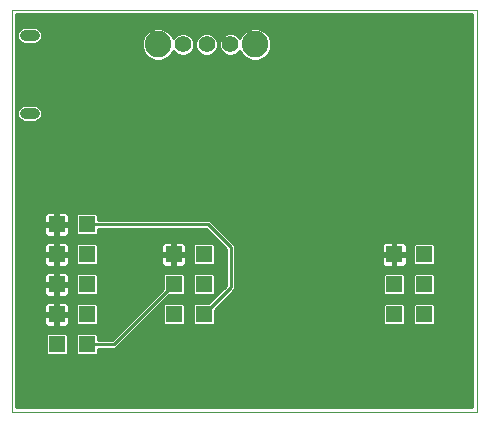
<source format=gbl>
G75*
%MOIN*%
%OFA0B0*%
%FSLAX25Y25*%
%IPPOS*%
%LPD*%
%AMOC8*
5,1,8,0,0,1.08239X$1,22.5*
%
%ADD10C,0.00000*%
%ADD11C,0.03543*%
%ADD12C,0.05600*%
%ADD13C,0.08858*%
%ADD14R,0.05315X0.05315*%
%ADD15C,0.01000*%
%ADD16C,0.03169*%
%ADD17C,0.01600*%
D10*
X0001500Y0001500D02*
X0001500Y0135500D01*
X0156500Y0135500D01*
X0156500Y0001500D01*
X0001500Y0001500D01*
D11*
X0008866Y0101008D02*
X0008866Y0101008D01*
X0006110Y0101008D01*
X0006110Y0101008D01*
X0008866Y0101008D01*
X0008866Y0126992D02*
X0008866Y0126992D01*
X0006110Y0126992D01*
X0006110Y0126992D01*
X0008866Y0126992D01*
D12*
X0058600Y0124000D03*
X0066500Y0124000D03*
X0074400Y0124000D03*
D13*
X0082650Y0124000D03*
X0050350Y0124000D03*
D14*
X0026500Y0064000D03*
X0016500Y0064000D03*
X0016500Y0054000D03*
X0026500Y0054000D03*
X0026500Y0044000D03*
X0016500Y0044000D03*
X0016500Y0034000D03*
X0026500Y0034000D03*
X0026500Y0024000D03*
X0016500Y0024000D03*
X0055500Y0034000D03*
X0065500Y0034000D03*
X0065500Y0044000D03*
X0055500Y0044000D03*
X0055500Y0054000D03*
X0065500Y0054000D03*
X0129000Y0054000D03*
X0139000Y0054000D03*
X0139000Y0044000D03*
X0129000Y0044000D03*
X0129000Y0034000D03*
X0139000Y0034000D03*
D15*
X0135343Y0034451D02*
X0132657Y0034451D01*
X0132657Y0035449D02*
X0135343Y0035449D01*
X0135343Y0036448D02*
X0132657Y0036448D01*
X0132657Y0037072D02*
X0132072Y0037657D01*
X0125928Y0037657D01*
X0125343Y0037072D01*
X0125343Y0030928D01*
X0125928Y0030343D01*
X0132072Y0030343D01*
X0132657Y0030928D01*
X0132657Y0037072D01*
X0132283Y0037446D02*
X0135717Y0037446D01*
X0135928Y0037657D02*
X0135343Y0037072D01*
X0135343Y0030928D01*
X0135928Y0030343D01*
X0142072Y0030343D01*
X0142657Y0030928D01*
X0142657Y0037072D01*
X0142072Y0037657D01*
X0135928Y0037657D01*
X0135928Y0040343D02*
X0135343Y0040928D01*
X0135343Y0047072D01*
X0135928Y0047657D01*
X0142072Y0047657D01*
X0142657Y0047072D01*
X0142657Y0040928D01*
X0142072Y0040343D01*
X0135928Y0040343D01*
X0135829Y0040442D02*
X0132171Y0040442D01*
X0132072Y0040343D02*
X0132657Y0040928D01*
X0132657Y0047072D01*
X0132072Y0047657D01*
X0125928Y0047657D01*
X0125343Y0047072D01*
X0125343Y0040928D01*
X0125928Y0040343D01*
X0132072Y0040343D01*
X0132657Y0041440D02*
X0135343Y0041440D01*
X0135343Y0042439D02*
X0132657Y0042439D01*
X0132657Y0043437D02*
X0135343Y0043437D01*
X0135343Y0044436D02*
X0132657Y0044436D01*
X0132657Y0045434D02*
X0135343Y0045434D01*
X0135343Y0046433D02*
X0132657Y0046433D01*
X0132298Y0047432D02*
X0135702Y0047432D01*
X0135928Y0050343D02*
X0142072Y0050343D01*
X0142657Y0050928D01*
X0142657Y0057072D01*
X0142072Y0057657D01*
X0135928Y0057657D01*
X0135343Y0057072D01*
X0135343Y0050928D01*
X0135928Y0050343D01*
X0135844Y0050427D02*
X0132861Y0050427D01*
X0132858Y0050421D02*
X0133055Y0050764D01*
X0133157Y0051145D01*
X0133157Y0053614D01*
X0129386Y0053614D01*
X0129386Y0054386D01*
X0128614Y0054386D01*
X0128614Y0058157D01*
X0126145Y0058157D01*
X0125764Y0058055D01*
X0125421Y0057858D01*
X0125142Y0057578D01*
X0124945Y0057236D01*
X0124843Y0056855D01*
X0124843Y0054386D01*
X0128614Y0054386D01*
X0128614Y0053614D01*
X0129386Y0053614D01*
X0129386Y0049843D01*
X0131855Y0049843D01*
X0132236Y0049945D01*
X0132578Y0050142D01*
X0132858Y0050421D01*
X0133157Y0051426D02*
X0135343Y0051426D01*
X0135343Y0052424D02*
X0133157Y0052424D01*
X0133157Y0053423D02*
X0135343Y0053423D01*
X0135343Y0054421D02*
X0133157Y0054421D01*
X0133157Y0054386D02*
X0133157Y0056855D01*
X0133055Y0057236D01*
X0132858Y0057578D01*
X0132578Y0057858D01*
X0132236Y0058055D01*
X0131855Y0058157D01*
X0129386Y0058157D01*
X0129386Y0054386D01*
X0133157Y0054386D01*
X0133157Y0055420D02*
X0135343Y0055420D01*
X0135343Y0056418D02*
X0133157Y0056418D01*
X0132951Y0057417D02*
X0135687Y0057417D01*
X0129386Y0057417D02*
X0128614Y0057417D01*
X0128614Y0056418D02*
X0129386Y0056418D01*
X0129386Y0055420D02*
X0128614Y0055420D01*
X0128614Y0054421D02*
X0129386Y0054421D01*
X0129386Y0053423D02*
X0128614Y0053423D01*
X0128614Y0053614D02*
X0128614Y0049843D01*
X0126145Y0049843D01*
X0125764Y0049945D01*
X0125421Y0050142D01*
X0125142Y0050421D01*
X0124945Y0050764D01*
X0124843Y0051145D01*
X0124843Y0053614D01*
X0128614Y0053614D01*
X0128614Y0052424D02*
X0129386Y0052424D01*
X0129386Y0051426D02*
X0128614Y0051426D01*
X0128614Y0050427D02*
X0129386Y0050427D01*
X0125139Y0050427D02*
X0076000Y0050427D01*
X0076000Y0049429D02*
X0155000Y0049429D01*
X0155000Y0050427D02*
X0142156Y0050427D01*
X0142657Y0051426D02*
X0155000Y0051426D01*
X0155000Y0052424D02*
X0142657Y0052424D01*
X0142657Y0053423D02*
X0155000Y0053423D01*
X0155000Y0054421D02*
X0142657Y0054421D01*
X0142657Y0055420D02*
X0155000Y0055420D01*
X0155000Y0056418D02*
X0142657Y0056418D01*
X0142313Y0057417D02*
X0155000Y0057417D01*
X0155000Y0058415D02*
X0074706Y0058415D01*
X0075121Y0058000D02*
X0067621Y0065500D01*
X0030157Y0065500D01*
X0030157Y0067072D01*
X0029572Y0067657D01*
X0023428Y0067657D01*
X0022843Y0067072D01*
X0022843Y0060928D01*
X0023428Y0060343D01*
X0029572Y0060343D01*
X0030157Y0060928D01*
X0030157Y0062500D01*
X0066379Y0062500D01*
X0073000Y0055879D01*
X0073000Y0043621D01*
X0067036Y0037657D01*
X0062428Y0037657D01*
X0061843Y0037072D01*
X0061843Y0030928D01*
X0062428Y0030343D01*
X0068572Y0030343D01*
X0069157Y0030928D01*
X0069157Y0035536D01*
X0076000Y0042379D01*
X0076000Y0057121D01*
X0075121Y0058000D01*
X0075705Y0057417D02*
X0125049Y0057417D01*
X0124843Y0056418D02*
X0076000Y0056418D01*
X0076000Y0055420D02*
X0124843Y0055420D01*
X0124843Y0054421D02*
X0076000Y0054421D01*
X0076000Y0053423D02*
X0124843Y0053423D01*
X0124843Y0052424D02*
X0076000Y0052424D01*
X0076000Y0051426D02*
X0124843Y0051426D01*
X0125702Y0047432D02*
X0076000Y0047432D01*
X0076000Y0048430D02*
X0155000Y0048430D01*
X0155000Y0047432D02*
X0142298Y0047432D01*
X0142657Y0046433D02*
X0155000Y0046433D01*
X0155000Y0045434D02*
X0142657Y0045434D01*
X0142657Y0044436D02*
X0155000Y0044436D01*
X0155000Y0043437D02*
X0142657Y0043437D01*
X0142657Y0042439D02*
X0155000Y0042439D01*
X0155000Y0041440D02*
X0142657Y0041440D01*
X0142171Y0040442D02*
X0155000Y0040442D01*
X0155000Y0039443D02*
X0073065Y0039443D01*
X0072066Y0038445D02*
X0155000Y0038445D01*
X0155000Y0037446D02*
X0142283Y0037446D01*
X0142657Y0036448D02*
X0155000Y0036448D01*
X0155000Y0035449D02*
X0142657Y0035449D01*
X0142657Y0034451D02*
X0155000Y0034451D01*
X0155000Y0033452D02*
X0142657Y0033452D01*
X0142657Y0032454D02*
X0155000Y0032454D01*
X0155000Y0031455D02*
X0142657Y0031455D01*
X0142186Y0030457D02*
X0155000Y0030457D01*
X0155000Y0029458D02*
X0043080Y0029458D01*
X0044078Y0030457D02*
X0052314Y0030457D01*
X0052428Y0030343D02*
X0058572Y0030343D01*
X0059157Y0030928D01*
X0059157Y0037072D01*
X0058572Y0037657D01*
X0052428Y0037657D01*
X0051843Y0037072D01*
X0051843Y0030928D01*
X0052428Y0030343D01*
X0051843Y0031455D02*
X0045077Y0031455D01*
X0046075Y0032454D02*
X0051843Y0032454D01*
X0051843Y0033452D02*
X0047074Y0033452D01*
X0048072Y0034451D02*
X0051843Y0034451D01*
X0051843Y0035449D02*
X0049071Y0035449D01*
X0050069Y0036448D02*
X0051843Y0036448D01*
X0052217Y0037446D02*
X0051068Y0037446D01*
X0052066Y0038445D02*
X0067824Y0038445D01*
X0068822Y0039443D02*
X0053065Y0039443D01*
X0053964Y0040343D02*
X0058572Y0040343D01*
X0059157Y0040928D01*
X0059157Y0047072D01*
X0058572Y0047657D01*
X0052428Y0047657D01*
X0051843Y0047072D01*
X0051843Y0042464D01*
X0034879Y0025500D01*
X0030157Y0025500D01*
X0030157Y0027072D01*
X0029572Y0027657D01*
X0023428Y0027657D01*
X0022843Y0027072D01*
X0022843Y0020928D01*
X0023428Y0020343D01*
X0029572Y0020343D01*
X0030157Y0020928D01*
X0030157Y0022500D01*
X0036121Y0022500D01*
X0053964Y0040343D01*
X0051818Y0042439D02*
X0030157Y0042439D01*
X0030157Y0043437D02*
X0051843Y0043437D01*
X0051843Y0044436D02*
X0030157Y0044436D01*
X0030157Y0045434D02*
X0051843Y0045434D01*
X0051843Y0046433D02*
X0030157Y0046433D01*
X0030157Y0047072D02*
X0029572Y0047657D01*
X0023428Y0047657D01*
X0022843Y0047072D01*
X0022843Y0040928D01*
X0023428Y0040343D01*
X0029572Y0040343D01*
X0030157Y0040928D01*
X0030157Y0047072D01*
X0029798Y0047432D02*
X0052202Y0047432D01*
X0052645Y0049843D02*
X0055114Y0049843D01*
X0055114Y0053614D01*
X0055886Y0053614D01*
X0055886Y0054386D01*
X0055114Y0054386D01*
X0055114Y0058157D01*
X0052645Y0058157D01*
X0052264Y0058055D01*
X0051921Y0057858D01*
X0051642Y0057578D01*
X0051445Y0057236D01*
X0051343Y0056855D01*
X0051343Y0054386D01*
X0055114Y0054386D01*
X0055114Y0053614D01*
X0051343Y0053614D01*
X0051343Y0051145D01*
X0051445Y0050764D01*
X0051642Y0050421D01*
X0051921Y0050142D01*
X0052264Y0049945D01*
X0052645Y0049843D01*
X0051639Y0050427D02*
X0029656Y0050427D01*
X0029572Y0050343D02*
X0030157Y0050928D01*
X0030157Y0057072D01*
X0029572Y0057657D01*
X0023428Y0057657D01*
X0022843Y0057072D01*
X0022843Y0050928D01*
X0023428Y0050343D01*
X0029572Y0050343D01*
X0030157Y0051426D02*
X0051343Y0051426D01*
X0051343Y0052424D02*
X0030157Y0052424D01*
X0030157Y0053423D02*
X0051343Y0053423D01*
X0051343Y0054421D02*
X0030157Y0054421D01*
X0030157Y0055420D02*
X0051343Y0055420D01*
X0051343Y0056418D02*
X0030157Y0056418D01*
X0029813Y0057417D02*
X0051549Y0057417D01*
X0055114Y0057417D02*
X0055886Y0057417D01*
X0055886Y0058157D02*
X0055886Y0054386D01*
X0059657Y0054386D01*
X0059657Y0056855D01*
X0059555Y0057236D01*
X0059358Y0057578D01*
X0059078Y0057858D01*
X0058736Y0058055D01*
X0058355Y0058157D01*
X0055886Y0058157D01*
X0055886Y0056418D02*
X0055114Y0056418D01*
X0055114Y0055420D02*
X0055886Y0055420D01*
X0055886Y0054421D02*
X0055114Y0054421D01*
X0055114Y0053423D02*
X0055886Y0053423D01*
X0055886Y0053614D02*
X0055886Y0049843D01*
X0058355Y0049843D01*
X0058736Y0049945D01*
X0059078Y0050142D01*
X0059358Y0050421D01*
X0059555Y0050764D01*
X0059657Y0051145D01*
X0059657Y0053614D01*
X0055886Y0053614D01*
X0055886Y0052424D02*
X0055114Y0052424D01*
X0055114Y0051426D02*
X0055886Y0051426D01*
X0055886Y0050427D02*
X0055114Y0050427D01*
X0059361Y0050427D02*
X0062344Y0050427D01*
X0062428Y0050343D02*
X0068572Y0050343D01*
X0069157Y0050928D01*
X0069157Y0057072D01*
X0068572Y0057657D01*
X0062428Y0057657D01*
X0061843Y0057072D01*
X0061843Y0050928D01*
X0062428Y0050343D01*
X0061843Y0051426D02*
X0059657Y0051426D01*
X0059657Y0052424D02*
X0061843Y0052424D01*
X0061843Y0053423D02*
X0059657Y0053423D01*
X0059657Y0054421D02*
X0061843Y0054421D01*
X0061843Y0055420D02*
X0059657Y0055420D01*
X0059657Y0056418D02*
X0061843Y0056418D01*
X0062187Y0057417D02*
X0059451Y0057417D01*
X0066469Y0062409D02*
X0030157Y0062409D01*
X0030157Y0061411D02*
X0067468Y0061411D01*
X0068466Y0060412D02*
X0029641Y0060412D01*
X0026500Y0064000D02*
X0067000Y0064000D01*
X0074500Y0056500D01*
X0074500Y0043000D01*
X0065500Y0034000D01*
X0069157Y0034451D02*
X0125343Y0034451D01*
X0125343Y0035449D02*
X0069157Y0035449D01*
X0070069Y0036448D02*
X0125343Y0036448D01*
X0125717Y0037446D02*
X0071068Y0037446D01*
X0069821Y0040442D02*
X0068671Y0040442D01*
X0068572Y0040343D02*
X0069157Y0040928D01*
X0069157Y0047072D01*
X0068572Y0047657D01*
X0062428Y0047657D01*
X0061843Y0047072D01*
X0061843Y0040928D01*
X0062428Y0040343D01*
X0068572Y0040343D01*
X0069157Y0041440D02*
X0070819Y0041440D01*
X0071818Y0042439D02*
X0069157Y0042439D01*
X0069157Y0043437D02*
X0072816Y0043437D01*
X0073000Y0044436D02*
X0069157Y0044436D01*
X0069157Y0045434D02*
X0073000Y0045434D01*
X0073000Y0046433D02*
X0069157Y0046433D01*
X0068798Y0047432D02*
X0073000Y0047432D01*
X0073000Y0048430D02*
X0003000Y0048430D01*
X0003000Y0047432D02*
X0012557Y0047432D01*
X0012642Y0047578D02*
X0012445Y0047236D01*
X0012343Y0046855D01*
X0012343Y0044386D01*
X0016114Y0044386D01*
X0016114Y0048157D01*
X0013645Y0048157D01*
X0013264Y0048055D01*
X0012921Y0047858D01*
X0012642Y0047578D01*
X0012343Y0046433D02*
X0003000Y0046433D01*
X0003000Y0045434D02*
X0012343Y0045434D01*
X0012343Y0044436D02*
X0003000Y0044436D01*
X0003000Y0043437D02*
X0012343Y0043437D01*
X0012343Y0043614D02*
X0012343Y0041145D01*
X0012445Y0040764D01*
X0012642Y0040421D01*
X0012921Y0040142D01*
X0013264Y0039945D01*
X0013645Y0039843D01*
X0016114Y0039843D01*
X0016114Y0043614D01*
X0016886Y0043614D01*
X0016886Y0044386D01*
X0016114Y0044386D01*
X0016114Y0043614D01*
X0012343Y0043614D01*
X0012343Y0042439D02*
X0003000Y0042439D01*
X0003000Y0041440D02*
X0012343Y0041440D01*
X0012630Y0040442D02*
X0003000Y0040442D01*
X0003000Y0039443D02*
X0048822Y0039443D01*
X0047824Y0038445D02*
X0003000Y0038445D01*
X0003000Y0037446D02*
X0012566Y0037446D01*
X0012642Y0037578D02*
X0012445Y0037236D01*
X0012343Y0036855D01*
X0012343Y0034386D01*
X0016114Y0034386D01*
X0016114Y0038157D01*
X0013645Y0038157D01*
X0013264Y0038055D01*
X0012921Y0037858D01*
X0012642Y0037578D01*
X0012343Y0036448D02*
X0003000Y0036448D01*
X0003000Y0035449D02*
X0012343Y0035449D01*
X0012343Y0034451D02*
X0003000Y0034451D01*
X0003000Y0033452D02*
X0012343Y0033452D01*
X0012343Y0033614D02*
X0012343Y0031145D01*
X0012445Y0030764D01*
X0012642Y0030421D01*
X0012921Y0030142D01*
X0013264Y0029945D01*
X0013645Y0029843D01*
X0016114Y0029843D01*
X0016114Y0033614D01*
X0016886Y0033614D01*
X0016886Y0034386D01*
X0016114Y0034386D01*
X0016114Y0033614D01*
X0012343Y0033614D01*
X0012343Y0032454D02*
X0003000Y0032454D01*
X0003000Y0031455D02*
X0012343Y0031455D01*
X0012622Y0030457D02*
X0003000Y0030457D01*
X0003000Y0029458D02*
X0038837Y0029458D01*
X0037838Y0028460D02*
X0003000Y0028460D01*
X0003000Y0027461D02*
X0013232Y0027461D01*
X0013428Y0027657D02*
X0012843Y0027072D01*
X0012843Y0020928D01*
X0013428Y0020343D01*
X0019572Y0020343D01*
X0020157Y0020928D01*
X0020157Y0027072D01*
X0019572Y0027657D01*
X0013428Y0027657D01*
X0012843Y0026463D02*
X0003000Y0026463D01*
X0003000Y0025464D02*
X0012843Y0025464D01*
X0012843Y0024466D02*
X0003000Y0024466D01*
X0003000Y0023467D02*
X0012843Y0023467D01*
X0012843Y0022469D02*
X0003000Y0022469D01*
X0003000Y0021470D02*
X0012843Y0021470D01*
X0013299Y0020472D02*
X0003000Y0020472D01*
X0003000Y0019473D02*
X0155000Y0019473D01*
X0155000Y0018475D02*
X0003000Y0018475D01*
X0003000Y0017476D02*
X0155000Y0017476D01*
X0155000Y0016478D02*
X0003000Y0016478D01*
X0003000Y0015479D02*
X0155000Y0015479D01*
X0155000Y0014481D02*
X0003000Y0014481D01*
X0003000Y0013482D02*
X0155000Y0013482D01*
X0155000Y0012484D02*
X0003000Y0012484D01*
X0003000Y0011485D02*
X0155000Y0011485D01*
X0155000Y0010487D02*
X0003000Y0010487D01*
X0003000Y0009488D02*
X0155000Y0009488D01*
X0155000Y0008490D02*
X0003000Y0008490D01*
X0003000Y0007491D02*
X0155000Y0007491D01*
X0155000Y0006493D02*
X0003000Y0006493D01*
X0003000Y0005494D02*
X0155000Y0005494D01*
X0155000Y0004496D02*
X0003000Y0004496D01*
X0003000Y0003497D02*
X0155000Y0003497D01*
X0155000Y0003000D02*
X0003000Y0003000D01*
X0003000Y0134000D01*
X0155000Y0134000D01*
X0155000Y0003000D01*
X0155000Y0020472D02*
X0029701Y0020472D01*
X0030157Y0021470D02*
X0155000Y0021470D01*
X0155000Y0022469D02*
X0030157Y0022469D01*
X0026500Y0024000D02*
X0035500Y0024000D01*
X0055500Y0044000D01*
X0059157Y0044436D02*
X0061843Y0044436D01*
X0061843Y0045434D02*
X0059157Y0045434D01*
X0059157Y0046433D02*
X0061843Y0046433D01*
X0062202Y0047432D02*
X0058798Y0047432D01*
X0059157Y0043437D02*
X0061843Y0043437D01*
X0061843Y0042439D02*
X0059157Y0042439D01*
X0059157Y0041440D02*
X0061843Y0041440D01*
X0062329Y0040442D02*
X0058671Y0040442D01*
X0058783Y0037446D02*
X0062217Y0037446D01*
X0061843Y0036448D02*
X0059157Y0036448D01*
X0059157Y0035449D02*
X0061843Y0035449D01*
X0061843Y0034451D02*
X0059157Y0034451D01*
X0059157Y0033452D02*
X0061843Y0033452D01*
X0061843Y0032454D02*
X0059157Y0032454D01*
X0059157Y0031455D02*
X0061843Y0031455D01*
X0062314Y0030457D02*
X0058686Y0030457D01*
X0068686Y0030457D02*
X0125814Y0030457D01*
X0125343Y0031455D02*
X0069157Y0031455D01*
X0069157Y0032454D02*
X0125343Y0032454D01*
X0125343Y0033452D02*
X0069157Y0033452D01*
X0074063Y0040442D02*
X0125829Y0040442D01*
X0125343Y0041440D02*
X0075062Y0041440D01*
X0076000Y0042439D02*
X0125343Y0042439D01*
X0125343Y0043437D02*
X0076000Y0043437D01*
X0076000Y0044436D02*
X0125343Y0044436D01*
X0125343Y0045434D02*
X0076000Y0045434D01*
X0076000Y0046433D02*
X0125343Y0046433D01*
X0132657Y0033452D02*
X0135343Y0033452D01*
X0135343Y0032454D02*
X0132657Y0032454D01*
X0132657Y0031455D02*
X0135343Y0031455D01*
X0135814Y0030457D02*
X0132186Y0030457D01*
X0155000Y0028460D02*
X0042081Y0028460D01*
X0041083Y0027461D02*
X0155000Y0027461D01*
X0155000Y0026463D02*
X0040084Y0026463D01*
X0039086Y0025464D02*
X0155000Y0025464D01*
X0155000Y0024466D02*
X0038087Y0024466D01*
X0037089Y0023467D02*
X0155000Y0023467D01*
X0155000Y0059414D02*
X0073708Y0059414D01*
X0072709Y0060412D02*
X0155000Y0060412D01*
X0155000Y0061411D02*
X0071711Y0061411D01*
X0070712Y0062409D02*
X0155000Y0062409D01*
X0155000Y0063408D02*
X0069714Y0063408D01*
X0068715Y0064406D02*
X0155000Y0064406D01*
X0155000Y0065405D02*
X0067717Y0065405D01*
X0069465Y0059414D02*
X0003000Y0059414D01*
X0003000Y0060412D02*
X0012652Y0060412D01*
X0012642Y0060421D02*
X0012921Y0060142D01*
X0013264Y0059945D01*
X0013645Y0059843D01*
X0016114Y0059843D01*
X0016114Y0063614D01*
X0016886Y0063614D01*
X0016886Y0064386D01*
X0016114Y0064386D01*
X0016114Y0068157D01*
X0013645Y0068157D01*
X0013264Y0068055D01*
X0012921Y0067858D01*
X0012642Y0067578D01*
X0012445Y0067236D01*
X0012343Y0066855D01*
X0012343Y0064386D01*
X0016114Y0064386D01*
X0016114Y0063614D01*
X0012343Y0063614D01*
X0012343Y0061145D01*
X0012445Y0060764D01*
X0012642Y0060421D01*
X0012343Y0061411D02*
X0003000Y0061411D01*
X0003000Y0062409D02*
X0012343Y0062409D01*
X0012343Y0063408D02*
X0003000Y0063408D01*
X0003000Y0064406D02*
X0012343Y0064406D01*
X0012343Y0065405D02*
X0003000Y0065405D01*
X0003000Y0066403D02*
X0012343Y0066403D01*
X0012540Y0067402D02*
X0003000Y0067402D01*
X0003000Y0068400D02*
X0155000Y0068400D01*
X0155000Y0067402D02*
X0029827Y0067402D01*
X0030157Y0066403D02*
X0155000Y0066403D01*
X0155000Y0069399D02*
X0003000Y0069399D01*
X0003000Y0070397D02*
X0155000Y0070397D01*
X0155000Y0071396D02*
X0003000Y0071396D01*
X0003000Y0072394D02*
X0155000Y0072394D01*
X0155000Y0073393D02*
X0003000Y0073393D01*
X0003000Y0074391D02*
X0155000Y0074391D01*
X0155000Y0075390D02*
X0003000Y0075390D01*
X0003000Y0076388D02*
X0155000Y0076388D01*
X0155000Y0077387D02*
X0003000Y0077387D01*
X0003000Y0078385D02*
X0155000Y0078385D01*
X0155000Y0079384D02*
X0003000Y0079384D01*
X0003000Y0080382D02*
X0155000Y0080382D01*
X0155000Y0081381D02*
X0003000Y0081381D01*
X0003000Y0082379D02*
X0155000Y0082379D01*
X0155000Y0083378D02*
X0003000Y0083378D01*
X0003000Y0084376D02*
X0155000Y0084376D01*
X0155000Y0085375D02*
X0003000Y0085375D01*
X0003000Y0086373D02*
X0155000Y0086373D01*
X0155000Y0087372D02*
X0003000Y0087372D01*
X0003000Y0088370D02*
X0155000Y0088370D01*
X0155000Y0089369D02*
X0003000Y0089369D01*
X0003000Y0090368D02*
X0155000Y0090368D01*
X0155000Y0091366D02*
X0003000Y0091366D01*
X0003000Y0092365D02*
X0155000Y0092365D01*
X0155000Y0093363D02*
X0003000Y0093363D01*
X0003000Y0094362D02*
X0155000Y0094362D01*
X0155000Y0095360D02*
X0003000Y0095360D01*
X0003000Y0096359D02*
X0155000Y0096359D01*
X0155000Y0097357D02*
X0003000Y0097357D01*
X0003000Y0098356D02*
X0005271Y0098356D01*
X0005559Y0098236D02*
X0009417Y0098236D01*
X0010436Y0098658D01*
X0011216Y0099438D01*
X0011638Y0100457D01*
X0011638Y0101559D01*
X0011216Y0102578D01*
X0010436Y0103358D01*
X0009417Y0103780D01*
X0005559Y0103780D01*
X0004540Y0103358D01*
X0003761Y0102578D01*
X0003339Y0101559D01*
X0003339Y0100457D01*
X0003761Y0099438D01*
X0004540Y0098658D01*
X0005559Y0098236D01*
X0003844Y0099354D02*
X0003000Y0099354D01*
X0003000Y0100353D02*
X0003382Y0100353D01*
X0003339Y0101351D02*
X0003000Y0101351D01*
X0003000Y0102350D02*
X0003666Y0102350D01*
X0003000Y0103348D02*
X0004531Y0103348D01*
X0003000Y0104347D02*
X0155000Y0104347D01*
X0155000Y0105345D02*
X0003000Y0105345D01*
X0003000Y0106344D02*
X0155000Y0106344D01*
X0155000Y0107342D02*
X0003000Y0107342D01*
X0003000Y0108341D02*
X0155000Y0108341D01*
X0155000Y0109339D02*
X0003000Y0109339D01*
X0003000Y0110338D02*
X0155000Y0110338D01*
X0155000Y0111336D02*
X0003000Y0111336D01*
X0003000Y0112335D02*
X0155000Y0112335D01*
X0155000Y0113333D02*
X0003000Y0113333D01*
X0003000Y0114332D02*
X0155000Y0114332D01*
X0155000Y0115330D02*
X0003000Y0115330D01*
X0003000Y0116329D02*
X0155000Y0116329D01*
X0155000Y0117327D02*
X0003000Y0117327D01*
X0003000Y0118326D02*
X0155000Y0118326D01*
X0155000Y0119324D02*
X0085549Y0119324D01*
X0085725Y0119397D02*
X0087253Y0120925D01*
X0088079Y0122920D01*
X0088079Y0125080D01*
X0087253Y0127075D01*
X0085725Y0128603D01*
X0083730Y0129429D01*
X0081570Y0129429D01*
X0079575Y0128603D01*
X0078047Y0127075D01*
X0077643Y0126100D01*
X0077621Y0126153D01*
X0076553Y0127221D01*
X0075156Y0127800D01*
X0073644Y0127800D01*
X0072247Y0127221D01*
X0071179Y0126153D01*
X0070600Y0124756D01*
X0070600Y0123244D01*
X0071179Y0121847D01*
X0072247Y0120779D01*
X0073644Y0120200D01*
X0075156Y0120200D01*
X0076553Y0120779D01*
X0077621Y0121847D01*
X0077643Y0121900D01*
X0078047Y0120925D01*
X0079575Y0119397D01*
X0081570Y0118571D01*
X0083730Y0118571D01*
X0085725Y0119397D01*
X0086651Y0120323D02*
X0155000Y0120323D01*
X0155000Y0121321D02*
X0087417Y0121321D01*
X0087830Y0122320D02*
X0155000Y0122320D01*
X0155000Y0123318D02*
X0088079Y0123318D01*
X0088079Y0124317D02*
X0155000Y0124317D01*
X0155000Y0125315D02*
X0087982Y0125315D01*
X0087568Y0126314D02*
X0155000Y0126314D01*
X0155000Y0127312D02*
X0087016Y0127312D01*
X0086017Y0128311D02*
X0155000Y0128311D01*
X0155000Y0129309D02*
X0084019Y0129309D01*
X0081281Y0129309D02*
X0051719Y0129309D01*
X0051430Y0129429D02*
X0049270Y0129429D01*
X0047275Y0128603D01*
X0045747Y0127075D01*
X0044921Y0125080D01*
X0044921Y0122920D01*
X0045747Y0120925D01*
X0047275Y0119397D01*
X0049270Y0118571D01*
X0051430Y0118571D01*
X0053425Y0119397D01*
X0054953Y0120925D01*
X0055357Y0121900D01*
X0055379Y0121847D01*
X0056447Y0120779D01*
X0057844Y0120200D01*
X0059356Y0120200D01*
X0060753Y0120779D01*
X0061821Y0121847D01*
X0062400Y0123244D01*
X0062400Y0124756D01*
X0061821Y0126153D01*
X0060753Y0127221D01*
X0059356Y0127800D01*
X0057844Y0127800D01*
X0056447Y0127221D01*
X0055379Y0126153D01*
X0055357Y0126100D01*
X0054953Y0127075D01*
X0053425Y0128603D01*
X0051430Y0129429D01*
X0048981Y0129309D02*
X0010469Y0129309D01*
X0010436Y0129342D02*
X0009417Y0129764D01*
X0005559Y0129764D01*
X0004540Y0129342D01*
X0003761Y0128562D01*
X0003339Y0127543D01*
X0003339Y0126441D01*
X0003761Y0125422D01*
X0004540Y0124642D01*
X0005559Y0124220D01*
X0009417Y0124220D01*
X0010436Y0124642D01*
X0011216Y0125422D01*
X0011638Y0126441D01*
X0011638Y0127543D01*
X0011216Y0128562D01*
X0010436Y0129342D01*
X0011320Y0128311D02*
X0046983Y0128311D01*
X0045984Y0127312D02*
X0011638Y0127312D01*
X0011585Y0126314D02*
X0045432Y0126314D01*
X0045018Y0125315D02*
X0011109Y0125315D01*
X0009650Y0124317D02*
X0044921Y0124317D01*
X0044921Y0123318D02*
X0003000Y0123318D01*
X0003000Y0122320D02*
X0045169Y0122320D01*
X0045583Y0121321D02*
X0003000Y0121321D01*
X0003000Y0120323D02*
X0046349Y0120323D01*
X0047451Y0119324D02*
X0003000Y0119324D01*
X0003000Y0124317D02*
X0005326Y0124317D01*
X0003867Y0125315D02*
X0003000Y0125315D01*
X0003000Y0126314D02*
X0003391Y0126314D01*
X0003339Y0127312D02*
X0003000Y0127312D01*
X0003000Y0128311D02*
X0003656Y0128311D01*
X0003000Y0129309D02*
X0004508Y0129309D01*
X0003000Y0130308D02*
X0155000Y0130308D01*
X0155000Y0131306D02*
X0003000Y0131306D01*
X0003000Y0132305D02*
X0155000Y0132305D01*
X0155000Y0133303D02*
X0003000Y0133303D01*
X0010446Y0103348D02*
X0155000Y0103348D01*
X0155000Y0102350D02*
X0011310Y0102350D01*
X0011638Y0101351D02*
X0155000Y0101351D01*
X0155000Y0100353D02*
X0011595Y0100353D01*
X0011132Y0099354D02*
X0155000Y0099354D01*
X0155000Y0098356D02*
X0009706Y0098356D01*
X0016886Y0068157D02*
X0016886Y0064386D01*
X0020657Y0064386D01*
X0020657Y0066855D01*
X0020555Y0067236D01*
X0020358Y0067578D01*
X0020078Y0067858D01*
X0019736Y0068055D01*
X0019355Y0068157D01*
X0016886Y0068157D01*
X0016886Y0067402D02*
X0016114Y0067402D01*
X0016114Y0066403D02*
X0016886Y0066403D01*
X0016886Y0065405D02*
X0016114Y0065405D01*
X0016114Y0064406D02*
X0016886Y0064406D01*
X0016886Y0063614D02*
X0020657Y0063614D01*
X0020657Y0061145D01*
X0020555Y0060764D01*
X0020358Y0060421D01*
X0020078Y0060142D01*
X0019736Y0059945D01*
X0019355Y0059843D01*
X0016886Y0059843D01*
X0016886Y0063614D01*
X0016886Y0063408D02*
X0016114Y0063408D01*
X0016114Y0062409D02*
X0016886Y0062409D01*
X0016886Y0061411D02*
X0016114Y0061411D01*
X0016114Y0060412D02*
X0016886Y0060412D01*
X0016886Y0058157D02*
X0016886Y0054386D01*
X0016114Y0054386D01*
X0016114Y0058157D01*
X0013645Y0058157D01*
X0013264Y0058055D01*
X0012921Y0057858D01*
X0012642Y0057578D01*
X0012445Y0057236D01*
X0012343Y0056855D01*
X0012343Y0054386D01*
X0016114Y0054386D01*
X0016114Y0053614D01*
X0016886Y0053614D01*
X0016886Y0054386D01*
X0020657Y0054386D01*
X0020657Y0056855D01*
X0020555Y0057236D01*
X0020358Y0057578D01*
X0020078Y0057858D01*
X0019736Y0058055D01*
X0019355Y0058157D01*
X0016886Y0058157D01*
X0016886Y0057417D02*
X0016114Y0057417D01*
X0016114Y0056418D02*
X0016886Y0056418D01*
X0016886Y0055420D02*
X0016114Y0055420D01*
X0016114Y0054421D02*
X0016886Y0054421D01*
X0016886Y0053614D02*
X0020657Y0053614D01*
X0020657Y0051145D01*
X0020555Y0050764D01*
X0020358Y0050421D01*
X0020078Y0050142D01*
X0019736Y0049945D01*
X0019355Y0049843D01*
X0016886Y0049843D01*
X0016886Y0053614D01*
X0016886Y0053423D02*
X0016114Y0053423D01*
X0016114Y0053614D02*
X0016114Y0049843D01*
X0013645Y0049843D01*
X0013264Y0049945D01*
X0012921Y0050142D01*
X0012642Y0050421D01*
X0012445Y0050764D01*
X0012343Y0051145D01*
X0012343Y0053614D01*
X0016114Y0053614D01*
X0016114Y0052424D02*
X0016886Y0052424D01*
X0016886Y0051426D02*
X0016114Y0051426D01*
X0016114Y0050427D02*
X0016886Y0050427D01*
X0016886Y0048157D02*
X0016886Y0044386D01*
X0020657Y0044386D01*
X0020657Y0046855D01*
X0020555Y0047236D01*
X0020358Y0047578D01*
X0020078Y0047858D01*
X0019736Y0048055D01*
X0019355Y0048157D01*
X0016886Y0048157D01*
X0016886Y0047432D02*
X0016114Y0047432D01*
X0016114Y0046433D02*
X0016886Y0046433D01*
X0016886Y0045434D02*
X0016114Y0045434D01*
X0016114Y0044436D02*
X0016886Y0044436D01*
X0016886Y0043614D02*
X0020657Y0043614D01*
X0020657Y0041145D01*
X0020555Y0040764D01*
X0020358Y0040421D01*
X0020078Y0040142D01*
X0019736Y0039945D01*
X0019355Y0039843D01*
X0016886Y0039843D01*
X0016886Y0043614D01*
X0016886Y0043437D02*
X0016114Y0043437D01*
X0016114Y0042439D02*
X0016886Y0042439D01*
X0016886Y0041440D02*
X0016114Y0041440D01*
X0016114Y0040442D02*
X0016886Y0040442D01*
X0016886Y0038157D02*
X0016886Y0034386D01*
X0020657Y0034386D01*
X0020657Y0036855D01*
X0020555Y0037236D01*
X0020358Y0037578D01*
X0020078Y0037858D01*
X0019736Y0038055D01*
X0019355Y0038157D01*
X0016886Y0038157D01*
X0016886Y0037446D02*
X0016114Y0037446D01*
X0016114Y0036448D02*
X0016886Y0036448D01*
X0016886Y0035449D02*
X0016114Y0035449D01*
X0016114Y0034451D02*
X0016886Y0034451D01*
X0016886Y0033614D02*
X0020657Y0033614D01*
X0020657Y0031145D01*
X0020555Y0030764D01*
X0020358Y0030421D01*
X0020078Y0030142D01*
X0019736Y0029945D01*
X0019355Y0029843D01*
X0016886Y0029843D01*
X0016886Y0033614D01*
X0016886Y0033452D02*
X0016114Y0033452D01*
X0016114Y0032454D02*
X0016886Y0032454D01*
X0016886Y0031455D02*
X0016114Y0031455D01*
X0016114Y0030457D02*
X0016886Y0030457D01*
X0020378Y0030457D02*
X0023314Y0030457D01*
X0023428Y0030343D02*
X0029572Y0030343D01*
X0030157Y0030928D01*
X0030157Y0037072D01*
X0029572Y0037657D01*
X0023428Y0037657D01*
X0022843Y0037072D01*
X0022843Y0030928D01*
X0023428Y0030343D01*
X0022843Y0031455D02*
X0020657Y0031455D01*
X0020657Y0032454D02*
X0022843Y0032454D01*
X0022843Y0033452D02*
X0020657Y0033452D01*
X0020657Y0034451D02*
X0022843Y0034451D01*
X0022843Y0035449D02*
X0020657Y0035449D01*
X0020657Y0036448D02*
X0022843Y0036448D01*
X0023217Y0037446D02*
X0020434Y0037446D01*
X0020370Y0040442D02*
X0023329Y0040442D01*
X0022843Y0041440D02*
X0020657Y0041440D01*
X0020657Y0042439D02*
X0022843Y0042439D01*
X0022843Y0043437D02*
X0020657Y0043437D01*
X0020657Y0044436D02*
X0022843Y0044436D01*
X0022843Y0045434D02*
X0020657Y0045434D01*
X0020657Y0046433D02*
X0022843Y0046433D01*
X0023202Y0047432D02*
X0020443Y0047432D01*
X0020361Y0050427D02*
X0023344Y0050427D01*
X0022843Y0051426D02*
X0020657Y0051426D01*
X0020657Y0052424D02*
X0022843Y0052424D01*
X0022843Y0053423D02*
X0020657Y0053423D01*
X0020657Y0054421D02*
X0022843Y0054421D01*
X0022843Y0055420D02*
X0020657Y0055420D01*
X0020657Y0056418D02*
X0022843Y0056418D01*
X0023187Y0057417D02*
X0020451Y0057417D01*
X0020348Y0060412D02*
X0023359Y0060412D01*
X0022843Y0061411D02*
X0020657Y0061411D01*
X0020657Y0062409D02*
X0022843Y0062409D01*
X0022843Y0063408D02*
X0020657Y0063408D01*
X0020657Y0064406D02*
X0022843Y0064406D01*
X0022843Y0065405D02*
X0020657Y0065405D01*
X0020657Y0066403D02*
X0022843Y0066403D01*
X0023173Y0067402D02*
X0020460Y0067402D01*
X0012549Y0057417D02*
X0003000Y0057417D01*
X0003000Y0058415D02*
X0070464Y0058415D01*
X0071462Y0057417D02*
X0068813Y0057417D01*
X0069157Y0056418D02*
X0072461Y0056418D01*
X0073000Y0055420D02*
X0069157Y0055420D01*
X0069157Y0054421D02*
X0073000Y0054421D01*
X0073000Y0053423D02*
X0069157Y0053423D01*
X0069157Y0052424D02*
X0073000Y0052424D01*
X0073000Y0051426D02*
X0069157Y0051426D01*
X0068656Y0050427D02*
X0073000Y0050427D01*
X0073000Y0049429D02*
X0003000Y0049429D01*
X0003000Y0050427D02*
X0012639Y0050427D01*
X0012343Y0051426D02*
X0003000Y0051426D01*
X0003000Y0052424D02*
X0012343Y0052424D01*
X0012343Y0053423D02*
X0003000Y0053423D01*
X0003000Y0054421D02*
X0012343Y0054421D01*
X0012343Y0055420D02*
X0003000Y0055420D01*
X0003000Y0056418D02*
X0012343Y0056418D01*
X0030157Y0041440D02*
X0050819Y0041440D01*
X0049821Y0040442D02*
X0029671Y0040442D01*
X0029783Y0037446D02*
X0046825Y0037446D01*
X0045827Y0036448D02*
X0030157Y0036448D01*
X0030157Y0035449D02*
X0044828Y0035449D01*
X0043830Y0034451D02*
X0030157Y0034451D01*
X0030157Y0033452D02*
X0042831Y0033452D01*
X0041833Y0032454D02*
X0030157Y0032454D01*
X0030157Y0031455D02*
X0040834Y0031455D01*
X0039836Y0030457D02*
X0029686Y0030457D01*
X0029768Y0027461D02*
X0036840Y0027461D01*
X0035841Y0026463D02*
X0030157Y0026463D01*
X0023232Y0027461D02*
X0019768Y0027461D01*
X0020157Y0026463D02*
X0022843Y0026463D01*
X0022843Y0025464D02*
X0020157Y0025464D01*
X0020157Y0024466D02*
X0022843Y0024466D01*
X0022843Y0023467D02*
X0020157Y0023467D01*
X0020157Y0022469D02*
X0022843Y0022469D01*
X0022843Y0021470D02*
X0020157Y0021470D01*
X0019701Y0020472D02*
X0023299Y0020472D01*
X0134500Y0106500D02*
X0135500Y0107500D01*
X0135500Y0109500D01*
X0079751Y0119324D02*
X0053249Y0119324D01*
X0054351Y0120323D02*
X0057548Y0120323D01*
X0055905Y0121321D02*
X0055117Y0121321D01*
X0059652Y0120323D02*
X0065448Y0120323D01*
X0065744Y0120200D02*
X0067256Y0120200D01*
X0068653Y0120779D01*
X0069721Y0121847D01*
X0070300Y0123244D01*
X0070300Y0124756D01*
X0069721Y0126153D01*
X0068653Y0127221D01*
X0067256Y0127800D01*
X0065744Y0127800D01*
X0064347Y0127221D01*
X0063279Y0126153D01*
X0062700Y0124756D01*
X0062700Y0123244D01*
X0063279Y0121847D01*
X0064347Y0120779D01*
X0065744Y0120200D01*
X0067552Y0120323D02*
X0073348Y0120323D01*
X0071705Y0121321D02*
X0069195Y0121321D01*
X0069917Y0122320D02*
X0070983Y0122320D01*
X0070600Y0123318D02*
X0070300Y0123318D01*
X0070300Y0124317D02*
X0070600Y0124317D01*
X0070832Y0125315D02*
X0070068Y0125315D01*
X0069560Y0126314D02*
X0071340Y0126314D01*
X0072467Y0127312D02*
X0068433Y0127312D01*
X0064567Y0127312D02*
X0060533Y0127312D01*
X0061660Y0126314D02*
X0063440Y0126314D01*
X0062932Y0125315D02*
X0062168Y0125315D01*
X0062400Y0124317D02*
X0062700Y0124317D01*
X0062700Y0123318D02*
X0062400Y0123318D01*
X0062017Y0122320D02*
X0063083Y0122320D01*
X0063805Y0121321D02*
X0061295Y0121321D01*
X0056667Y0127312D02*
X0054716Y0127312D01*
X0055268Y0126314D02*
X0055540Y0126314D01*
X0053717Y0128311D02*
X0079283Y0128311D01*
X0078284Y0127312D02*
X0076333Y0127312D01*
X0077460Y0126314D02*
X0077732Y0126314D01*
X0077883Y0121321D02*
X0077095Y0121321D01*
X0078649Y0120323D02*
X0075452Y0120323D01*
D16*
X0048500Y0108500D03*
X0134500Y0106500D03*
D17*
X0048500Y0108500D02*
X0048500Y0110500D01*
M02*

</source>
